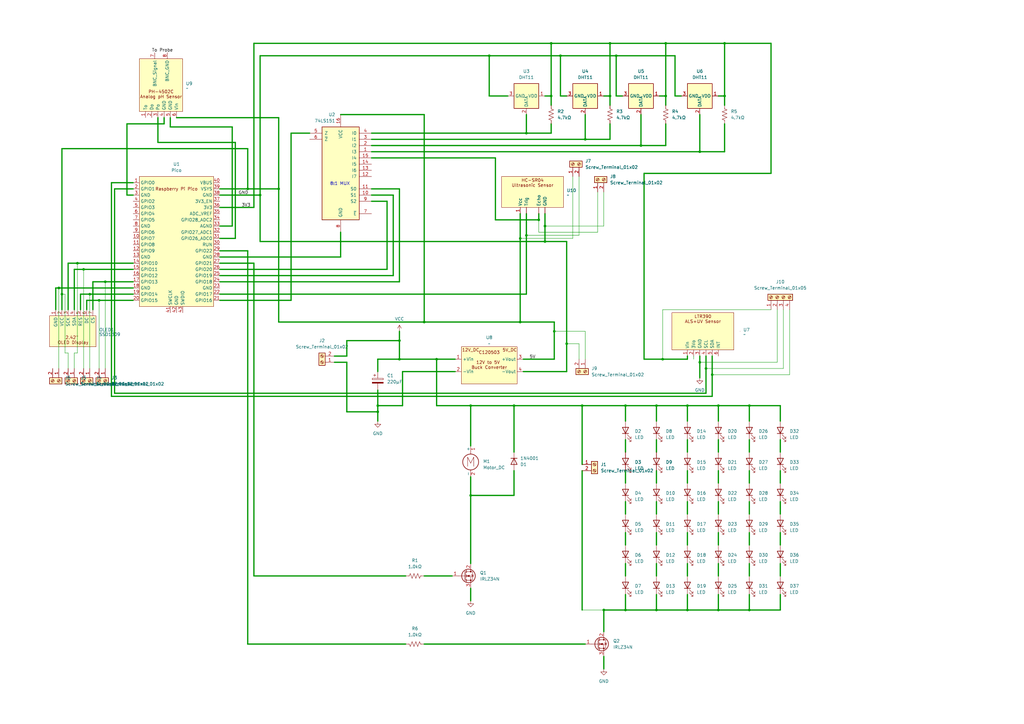
<source format=kicad_sch>
(kicad_sch (version 20231120) (generator "eeschema") (generator_version "8.0")
  (paper "A3")
  (junction (at 223.52 99.06))
  (junction (at 24.13 118.11))
  (junction (at 294.64 250.19))
  (junction (at 281.94 250.19))
  (junction (at 269.24 166.37))
  (junction (at 287.02 148.59))
  (junction (at 25.4 120.65))
  (junction (at 114.3 77.47))
  (junction (at 281.94 166.37))
  (junction (at 215.9 96.52))
  (junction (at 193.04 166.37))
  (junction (at 179.07 147.32))
  (junction (at 200.66 22.86))
  (junction (at 256.54 250.19))
  (junction (at 256.54 166.37))
  (junction (at 34.29 110.49))
  (junction (at 154.94 166.37))
  (junction (at 271.78 147.32))
  (junction (at 297.18 39.37))
  (junction (at 213.36 132.08))
  (junction (at 101.6 77.47))
  (junction (at 252.73 22.86))
  (junction (at 227.33 135.89))
  (junction (at 31.75 107.95))
  (junction (at 40.64 123.19))
  (junction (at 289.56 151.13))
  (junction (at 287.02 62.23))
  (junction (at 213.36 97.79))
  (junction (at 36.83 120.65))
  (junction (at 223.52 92.71))
  (junction (at 215.9 54.61))
  (junction (at 220.98 90.17))
  (junction (at 173.99 132.08))
  (junction (at 292.1 153.67))
  (junction (at 294.64 166.37))
  (junction (at 250.19 39.37))
  (junction (at 250.19 17.78))
  (junction (at 226.06 17.78))
  (junction (at 232.41 140.97))
  (junction (at 210.82 166.37))
  (junction (at 238.76 166.37))
  (junction (at 307.34 166.37))
  (junction (at 163.83 139.7))
  (junction (at 154.94 168.91))
  (junction (at 269.24 250.19))
  (junction (at 229.87 22.86))
  (junction (at 226.06 39.37))
  (junction (at 273.05 39.37))
  (junction (at 247.65 250.19))
  (junction (at 240.03 57.15))
  (junction (at 262.89 59.69))
  (junction (at 163.83 147.32))
  (junction (at 193.04 203.2))
  (junction (at 106.68 80.01))
  (junction (at 297.18 17.78))
  (junction (at 307.34 250.19))
  (junction (at 43.18 115.57))
  (junction (at 273.05 17.78))
  (wire (pts (xy 25.4 120.65) (xy 25.4 127)) (stroke (width 0.508)))
  (wire (pts (xy 227.33 147.32) (xy 214.63 147.32)) (stroke (width 0.508)))
  (wire (pts (xy 208.28 39.37) (xy 200.66 39.37)) (stroke (width 0.508)))
  (wire (pts (xy 307.34 218.44) (xy 307.34 223.52)) (stroke (width 0.508)))
  (wire (pts (xy 104.14 236.22) (xy 166.37 236.22)) (stroke (width 0.508)))
  (wire (pts (xy 36.83 120.65) (xy 33.02 120.65)) (stroke (width 0.508)))
  (wire (pts (xy 142.24 146.05) (xy 142.24 139.7)) (stroke (width 0.508)))
  (wire (pts (xy 200.66 22.86) (xy 229.87 22.86)) (stroke (width 0.508)))
  (wire (pts (xy 294.64 231.14) (xy 294.64 236.22)) (stroke (width 0.508)))
  (wire (pts (xy 25.4 60.96) (xy 25.4 120.65)) (stroke (width 0.508)))
  (wire (pts (xy 256.54 218.44) (xy 256.54 223.52)) (stroke (width 0.508)))
  (wire (pts (xy 101.6 102.87) (xy 101.6 264.16)) (stroke (width 0.508)))
  (wire (pts (xy 34.29 110.49) (xy 30.48 110.49)) (stroke (width 0.508)))
  (wire (pts (xy 40.64 123.19) (xy 40.64 151.13)))
  (wire (pts (xy 165.1 166.37) (xy 165.1 152.4)) (stroke (width 0.508)))
  (wire (pts (xy 307.34 166.37) (xy 307.34 172.72)) (stroke (width 0.508)))
  (wire (pts (xy 273.05 39.37) (xy 273.05 17.78)) (stroke (width 0.508)))
  (wire (pts (xy 262.89 46.99) (xy 262.89 59.69)) (stroke (width 0.508)))
  (wire (pts (xy 34.29 110.49) (xy 34.29 151.13)))
  (wire (pts (xy 307.34 250.19) (xy 320.04 250.19)) (stroke (width 0.508)))
  (wire (pts (xy 247.65 250.19) (xy 256.54 250.19)) (stroke (width 0.508)))
  (wire (pts (xy 179.07 147.32) (xy 179.07 166.37)) (stroke (width 0.508)))
  (wire (pts (xy 203.2 90.17) (xy 220.98 90.17)) (stroke (width 0.508)))
  (wire (pts (xy 318.77 148.59) (xy 287.02 148.59)))
  (wire (pts (xy 163.83 139.7) (xy 163.83 147.32)) (stroke (width 0.508)))
  (wire (pts (xy 220.98 90.17) (xy 220.98 95.25)))
  (wire (pts (xy 35.56 123.19) (xy 35.56 127)) (stroke (width 0.508)))
  (wire (pts (xy 223.52 87.63) (xy 223.52 92.71)) (stroke (width 0.508)))
  (wire (pts (xy 114.3 77.47) (xy 101.6 77.47)) (stroke (width 0.508)))
  (wire (pts (xy 307.34 205.74) (xy 307.34 210.82)) (stroke (width 0.508)))
  (wire (pts (xy 287.02 146.05) (xy 287.02 148.59)) (stroke (width 0.508)))
  (wire (pts (xy 292.1 153.67) (xy 292.1 162.56)) (stroke (width 0.508)))
  (wire (pts (xy 227.33 135.89) (xy 227.33 147.32)) (stroke (width 0.508)))
  (wire (pts (xy 271.78 127) (xy 271.78 147.32)))
  (wire (pts (xy 139.7 95.25) (xy 139.7 105.41)) (stroke (width 0.508)))
  (wire (pts (xy 101.6 77.47) (xy 90.17 77.47)) (stroke (width 0.508)))
  (wire (pts (xy 40.64 123.19) (xy 35.56 123.19)) (stroke (width 0.508)))
  (wire (pts (xy 24.13 118.11) (xy 54.61 118.11)) (stroke (width 0.508)))
  (wire (pts (xy 289.56 151.13) (xy 289.56 161.29)) (stroke (width 0.508)))
  (wire (pts (xy 323.85 127) (xy 323.85 153.67)))
  (wire (pts (xy 270.51 39.37) (xy 273.05 39.37)) (stroke (width 0.508)))
  (wire (pts (xy 255.27 39.37) (xy 252.73 39.37)) (stroke (width 0.508)))
  (wire (pts (xy 72.39 48.26) (xy 114.3 48.26)) (stroke (width 0.508)))
  (wire (pts (xy 213.36 97.79) (xy 213.36 132.08)) (stroke (width 0.508)))
  (wire (pts (xy 238.76 166.37) (xy 256.54 166.37)) (stroke (width 0.508)))
  (wire (pts (xy 250.19 50.8) (xy 250.19 57.15)) (stroke (width 0.508)))
  (wire (pts (xy 294.64 193.04) (xy 294.64 198.12)) (stroke (width 0.508)))
  (wire (pts (xy 307.34 180.34) (xy 307.34 185.42)) (stroke (width 0.508)))
  (wire (pts (xy 250.19 57.15) (xy 240.03 57.15)) (stroke (width 0.508)))
  (wire (pts (xy 240.03 57.15) (xy 240.03 46.99)) (stroke (width 0.508)))
  (wire (pts (xy 33.02 120.65) (xy 33.02 127)) (stroke (width 0.508)))
  (wire (pts (xy 214.63 152.4) (xy 232.41 152.4)) (stroke (width 0.508)))
  (wire (pts (xy 273.05 17.78) (xy 297.18 17.78)) (stroke (width 0.508)))
  (wire (pts (xy 179.07 166.37) (xy 193.04 166.37)) (stroke (width 0.508)))
  (wire (pts (xy 152.4 54.61) (xy 215.9 54.61)) (stroke (width 0.508)))
  (wire (pts (xy 269.24 218.44) (xy 269.24 223.52)) (stroke (width 0.508)))
  (wire (pts (xy 152.4 57.15) (xy 240.03 57.15)) (stroke (width 0.508)))
  (wire (pts (xy 226.06 39.37) (xy 226.06 17.78)) (stroke (width 0.508)))
  (wire (pts (xy 69.85 48.26) (xy 69.85 52.07)) (stroke (width 0.508)))
  (wire (pts (xy 232.41 140.97) (xy 232.41 99.06)) (stroke (width 0.508)))
  (wire (pts (xy 269.24 205.74) (xy 269.24 210.82)) (stroke (width 0.508)))
  (wire (pts (xy 200.66 39.37) (xy 200.66 22.86)) (stroke (width 0.508)))
  (wire (pts (xy 106.68 99.06) (xy 106.68 80.01)) (stroke (width 0.508)))
  (wire (pts (xy 210.82 166.37) (xy 238.76 166.37)) (stroke (width 0.508)))
  (wire (pts (xy 269.24 193.04) (xy 269.24 198.12)) (stroke (width 0.508)))
  (wire (pts (xy 252.73 22.86) (xy 276.86 22.86)) (stroke (width 0.508)))
  (wire (pts (xy 287.02 46.99) (xy 287.02 62.23)) (stroke (width 0.508)))
  (wire (pts (xy 119.38 123.19) (xy 119.38 54.61)) (stroke (width 0.508)))
  (wire (pts (xy 269.24 166.37) (xy 281.94 166.37)) (stroke (width 0.508)))
  (wire (pts (xy 31.75 144.78) (xy 31.75 107.95)))
  (wire (pts (xy 101.6 60.96) (xy 25.4 60.96)) (stroke (width 0.508)))
  (wire (pts (xy 90.17 120.65) (xy 215.9 120.65)) (stroke (width 0.508)))
  (wire (pts (xy 294.64 166.37) (xy 294.64 172.72)) (stroke (width 0.508)))
  (wire (pts (xy 320.04 172.72) (xy 320.04 166.37)) (stroke (width 0.508)))
  (wire (pts (xy 54.61 115.57) (xy 43.18 115.57)) (stroke (width 0.508)))
  (wire (pts (xy 264.16 147.32) (xy 264.16 71.12)) (stroke (width 0.508)))
  (wire (pts (xy 320.04 250.19) (xy 320.04 243.84)) (stroke (width 0.508)))
  (wire (pts (xy 276.86 39.37) (xy 279.4 39.37)) (stroke (width 0.508)))
  (wire (pts (xy 281.94 166.37) (xy 294.64 166.37)) (stroke (width 0.508)))
  (wire (pts (xy 165.1 152.4) (xy 186.69 152.4)) (stroke (width 0.508)))
  (wire (pts (xy 215.9 96.52) (xy 237.49 96.52)))
  (wire (pts (xy 26.67 120.65) (xy 25.4 120.65)))
  (wire (pts (xy 269.24 180.34) (xy 269.24 185.42)) (stroke (width 0.508)))
  (wire (pts (xy 256.54 180.34) (xy 256.54 185.42)) (stroke (width 0.508)))
  (wire (pts (xy 215.9 120.65) (xy 215.9 96.52)) (stroke (width 0.508)))
  (wire (pts (xy 273.05 50.8) (xy 273.05 59.69)) (stroke (width 0.508)))
  (wire (pts (xy 318.77 127) (xy 318.77 148.59)))
  (wire (pts (xy 137.16 146.05) (xy 142.24 146.05)) (stroke (width 0.508)))
  (wire (pts (xy 269.24 231.14) (xy 269.24 236.22)) (stroke (width 0.508)))
  (wire (pts (xy 269.24 250.19) (xy 281.94 250.19)) (stroke (width 0.508)))
  (wire (pts (xy 69.85 52.07) (xy 95.25 52.07)) (stroke (width 0.508)))
  (wire (pts (xy 307.34 231.14) (xy 307.34 236.22)) (stroke (width 0.508)))
  (wire (pts (xy 90.17 107.95) (xy 104.14 107.95)) (stroke (width 0.508)))
  (wire (pts (xy 163.83 147.32) (xy 179.07 147.32)) (stroke (width 0.508)))
  (wire (pts (xy 90.17 80.01) (xy 106.68 80.01)) (stroke (width 0.508)))
  (wire (pts (xy 203.2 64.77) (xy 152.4 64.77)) (stroke (width 0.508)))
  (wire (pts (xy 152.4 77.47) (xy 163.83 77.47)) (stroke (width 0.508)))
  (wire (pts (xy 281.94 180.34) (xy 281.94 185.42)) (stroke (width 0.508)))
  (wire (pts (xy 161.29 113.03) (xy 161.29 80.01)) (stroke (width 0.508)))
  (wire (pts (xy 232.41 99.06) (xy 223.52 99.06)) (stroke (width 0.508)))
  (wire (pts (xy 101.6 264.16) (xy 166.37 264.16)) (stroke (width 0.508)))
  (wire (pts (xy 90.17 105.41) (xy 139.7 105.41)) (stroke (width 0.508)))
  (wire (pts (xy 256.54 243.84) (xy 256.54 250.19)) (stroke (width 0.508)))
  (wire (pts (xy 173.99 264.16) (xy 240.03 264.16)) (stroke (width 0.508)))
  (wire (pts (xy 256.54 166.37) (xy 256.54 172.72)) (stroke (width 0.508)))
  (wire (pts (xy 281.94 146.05) (xy 281.94 147.32)) (stroke (width 0.508)))
  (wire (pts (xy 213.36 87.63) (xy 213.36 97.79)) (stroke (width 0.508)))
  (wire (pts (xy 101.6 60.96) (xy 101.6 77.47)) (stroke (width 0.508)))
  (wire (pts (xy 46.99 77.47) (xy 54.61 77.47)) (stroke (width 0.508)))
  (wire (pts (xy 256.54 193.04) (xy 256.54 198.12)) (stroke (width 0.508)))
  (wire (pts (xy 320.04 218.44) (xy 320.04 223.52)) (stroke (width 0.508)))
  (wire (pts (xy 142.24 139.7) (xy 163.83 139.7)) (stroke (width 0.508)))
  (wire (pts (xy 281.94 231.14) (xy 281.94 236.22)) (stroke (width 0.508)))
  (wire (pts (xy 114.3 132.08) (xy 114.3 77.47)) (stroke (width 0.508)))
  (wire (pts (xy 247.65 78.74) (xy 247.65 92.71)))
  (wire (pts (xy 281.94 147.32) (xy 271.78 147.32)) (stroke (width 0.508)))
  (wire (pts (xy 297.18 39.37) (xy 297.18 43.18)) (stroke (width 0.508)))
  (wire (pts (xy 264.16 71.12) (xy 316.23 71.12)) (stroke (width 0.508)))
  (wire (pts (xy 54.61 110.49) (xy 34.29 110.49)) (stroke (width 0.508)))
  (wire (pts (xy 320.04 180.34) (xy 320.04 185.42)) (stroke (width 0.508)))
  (wire (pts (xy 232.41 39.37) (xy 229.87 39.37)) (stroke (width 0.508)))
  (wire (pts (xy 294.64 243.84) (xy 294.64 250.19)) (stroke (width 0.508)))
  (wire (pts (xy 54.61 107.95) (xy 31.75 107.95)) (stroke (width 0.508)))
  (wire (pts (xy 67.31 50.8) (xy 67.31 48.26)) (stroke (width 0.508)))
  (wire (pts (xy 215.9 46.99) (xy 215.9 54.61)) (stroke (width 0.508)))
  (wire (pts (xy 142.24 148.59) (xy 142.24 168.91)) (stroke (width 0.508)))
  (wire (pts (xy 64.77 48.26) (xy 64.77 58.42)) (stroke (width 0.508)))
  (wire (pts (xy 95.25 52.07) (xy 95.25 92.71)) (stroke (width 0.508)))
  (wire (pts (xy 269.24 166.37) (xy 269.24 172.72)) (stroke (width 0.508)))
  (wire (pts (xy 36.83 120.65) (xy 36.83 151.13)))
  (wire (pts (xy 297.18 17.78) (xy 316.23 17.78)) (stroke (width 0.508)))
  (wire (pts (xy 193.04 182.88) (xy 193.04 166.37)) (stroke (width 0.508)))
  (wire (pts (xy 193.04 203.2) (xy 193.04 231.14)) (stroke (width 0.508)))
  (wire (pts (xy 245.11 95.25) (xy 220.98 95.25)))
  (wire (pts (xy 24.13 118.11) (xy 24.13 151.13)))
  (wire (pts (xy 161.29 80.01) (xy 152.4 80.01)) (stroke (width 0.508)))
  (wire (pts (xy 281.94 205.74) (xy 281.94 210.82)) (stroke (width 0.508)))
  (wire (pts (xy 30.48 144.78) (xy 31.75 144.78)))
  (wire (pts (xy 281.94 218.44) (xy 281.94 223.52)) (stroke (width 0.508)))
  (wire (pts (xy 90.17 110.49) (xy 158.75 110.49)) (stroke (width 0.508)))
  (wire (pts (xy 289.56 161.29) (xy 46.99 161.29)) (stroke (width 0.508)))
  (wire (pts (xy 142.24 168.91) (xy 154.94 168.91)) (stroke (width 0.508)))
  (wire (pts (xy 237.49 147.32) (xy 237.49 140.97)))
  (wire (pts (xy 154.94 152.4) (xy 154.94 147.32)) (stroke (width 0.508)))
  (wire (pts (xy 287.02 62.23) (xy 152.4 62.23)) (stroke (width 0.508)))
  (wire (pts (xy 106.68 80.01) (xy 106.68 22.86)) (stroke (width 0.508)))
  (wire (pts (xy 90.17 85.09) (xy 104.14 85.09)) (stroke (width 0.508)))
  (wire (pts (xy 245.11 78.74) (xy 245.11 95.25)))
  (wire (pts (xy 297.18 39.37) (xy 297.18 17.78)) (stroke (width 0.508)))
  (wire (pts (xy 289.56 146.05) (xy 289.56 151.13)) (stroke (width 0.508)))
  (wire (pts (xy 173.99 236.22) (xy 185.42 236.22)) (stroke (width 0.508)))
  (wire (pts (xy 158.75 82.55) (xy 152.4 82.55)) (stroke (width 0.508)))
  (wire (pts (xy 226.06 50.8) (xy 226.06 54.61)) (stroke (width 0.508)))
  (wire (pts (xy 238.76 193.04) (xy 238.76 250.19)) (stroke (width 0.508)))
  (wire (pts (xy 26.67 144.78) (xy 26.67 120.65)))
  (wire (pts (xy 163.83 135.89) (xy 163.83 139.7)) (stroke (width 0.508)))
  (wire (pts (xy 38.1 115.57) (xy 38.1 127)) (stroke (width 0.508)))
  (wire (pts (xy 114.3 48.26) (xy 114.3 77.47)) (stroke (width 0.508)))
  (wire (pts (xy 250.19 39.37) (xy 250.19 17.78)) (stroke (width 0.508)))
  (wire (pts (xy 27.94 107.95) (xy 27.94 127)) (stroke (width 0.508)))
  (wire (pts (xy 52.07 50.8) (xy 67.31 50.8)) (stroke (width 0.508)))
  (wire (pts (xy 31.75 107.95) (xy 27.94 107.95)) (stroke (width 0.508)))
  (wire (pts (xy 43.18 115.57) (xy 38.1 115.57)) (stroke (width 0.508)))
  (wire (pts (xy 281.94 243.84) (xy 281.94 250.19)) (stroke (width 0.508)))
  (wire (pts (xy 294.64 250.19) (xy 307.34 250.19)) (stroke (width 0.508)))
  (wire (pts (xy 234.95 72.39) (xy 234.95 97.79)))
  (wire (pts (xy 294.64 39.37) (xy 297.18 39.37)) (stroke (width 0.508)))
  (wire (pts (xy 323.85 153.67) (xy 292.1 153.67)))
  (wire (pts (xy 321.31 127) (xy 321.31 151.13)))
  (wire (pts (xy 30.48 151.13) (xy 30.48 144.78)))
  (wire (pts (xy 294.64 218.44) (xy 294.64 223.52)) (stroke (width 0.508)))
  (wire (pts (xy 193.04 203.2) (xy 193.04 195.58)) (stroke (width 0.508)))
  (wire (pts (xy 256.54 205.74) (xy 256.54 210.82)) (stroke (width 0.508)))
  (wire (pts (xy 46.99 161.29) (xy 46.99 77.47)) (stroke (width 0.508)))
  (wire (pts (xy 90.17 113.03) (xy 161.29 113.03)) (stroke (width 0.508)))
  (wire (pts (xy 173.99 132.08) (xy 213.36 132.08)) (stroke (width 0.508)))
  (wire (pts (xy 43.18 115.57) (xy 43.18 151.13)))
  (wire (pts (xy 226.06 17.78) (xy 250.19 17.78)) (stroke (width 0.508)))
  (wire (pts (xy 154.94 166.37) (xy 165.1 166.37)) (stroke (width 0.508)))
  (wire (pts (xy 292.1 146.05) (xy 292.1 153.67)) (stroke (width 0.508)))
  (wire (pts (xy 27.94 144.78) (xy 26.67 144.78)))
  (wire (pts (xy 284.48 146.05) (xy 284.48 147.32)))
  (wire (pts (xy 106.68 22.86) (xy 200.66 22.86)) (stroke (width 0.508)))
  (wire (pts (xy 220.98 87.63) (xy 220.98 90.17)) (stroke (width 0.508)))
  (wire (pts (xy 45.72 162.56) (xy 45.72 74.93)) (stroke (width 0.508)))
  (wire (pts (xy 104.14 17.78) (xy 226.06 17.78)) (stroke (width 0.508)))
  (wire (pts (xy 223.52 92.71) (xy 223.52 99.06)) (stroke (width 0.508)))
  (wire (pts (xy 22.86 118.11) (xy 24.13 118.11)) (stroke (width 0.508)))
  (wire (pts (xy 45.72 74.93) (xy 54.61 74.93)) (stroke (width 0.508)))
  (wire (pts (xy 316.23 127) (xy 271.78 127)))
  (wire (pts (xy 54.61 120.65) (xy 36.83 120.65)) (stroke (width 0.508)))
  (wire (pts (xy 104.14 85.09) (xy 104.14 17.78)) (stroke (width 0.508)))
  (wire (pts (xy 154.94 160.02) (xy 154.94 166.37)) (stroke (width 0.508)))
  (wire (pts (xy 307.34 243.84) (xy 307.34 250.19)) (stroke (width 0.508)))
  (wire (pts (xy 229.87 39.37) (xy 229.87 22.86)) (stroke (width 0.508)))
  (wire (pts (xy 250.19 17.78) (xy 273.05 17.78)) (stroke (width 0.508)))
  (wire (pts (xy 210.82 203.2) (xy 193.04 203.2)) (stroke (width 0.508)))
  (wire (pts (xy 226.06 39.37) (xy 226.06 43.18)) (stroke (width 0.508)))
  (wire (pts (xy 96.52 97.79) (xy 90.17 97.79)) (stroke (width 0.508)))
  (wire (pts (xy 137.16 148.59) (xy 142.24 148.59)) (stroke (width 0.508)))
  (wire (pts (xy 320.04 205.74) (xy 320.04 210.82)) (stroke (width 0.508)))
  (wire (pts (xy 152.4 59.69) (xy 262.89 59.69)) (stroke (width 0.508)))
  (wire (pts (xy 273.05 39.37) (xy 273.05 43.18)) (stroke (width 0.508)))
  (wire (pts (xy 203.2 90.17) (xy 203.2 64.77)) (stroke (width 0.508)))
  (wire (pts (xy 276.86 22.86) (xy 276.86 39.37)) (stroke (width 0.508)))
  (wire (pts (xy 226.06 54.61) (xy 215.9 54.61)) (stroke (width 0.508)))
  (wire (pts (xy 320.04 193.04) (xy 320.04 198.12)) (stroke (width 0.508)))
  (wire (pts (xy 271.78 147.32) (xy 264.16 147.32)) (stroke (width 0.508)))
  (wire (pts (xy 256.54 231.14) (xy 256.54 236.22)) (stroke (width 0.508)))
  (wire (pts (xy 294.64 180.34) (xy 294.64 185.42)) (stroke (width 0.508)))
  (wire (pts (xy 281.94 250.19) (xy 294.64 250.19)) (stroke (width 0.508)))
  (wire (pts (xy 237.49 72.39) (xy 237.49 96.52)))
  (wire (pts (xy 237.49 140.97) (xy 232.41 140.97)))
  (wire (pts (xy 154.94 147.32) (xy 163.83 147.32)) (stroke (width 0.508)))
  (wire (pts (xy 229.87 22.86) (xy 252.73 22.86)) (stroke (width 0.508)))
  (wire (pts (xy 223.52 99.06) (xy 106.68 99.06)) (stroke (width 0.508)))
  (wire (pts (xy 281.94 193.04) (xy 281.94 198.12)) (stroke (width 0.508)))
  (wire (pts (xy 247.65 259.08) (xy 247.65 250.19)) (stroke (width 0.508)))
  (wire (pts (xy 321.31 151.13) (xy 289.56 151.13)))
  (wire (pts (xy 294.64 166.37) (xy 307.34 166.37)) (stroke (width 0.508)))
  (wire (pts (xy 294.64 205.74) (xy 294.64 210.82)) (stroke (width 0.508)))
  (wire (pts (xy 307.34 193.04) (xy 307.34 198.12)) (stroke (width 0.508)))
  (wire (pts (xy 64.77 58.42) (xy 96.52 58.42)) (stroke (width 0.508)))
  (wire (pts (xy 96.52 58.42) (xy 96.52 97.79)) (stroke (width 0.508)))
  (wire (pts (xy 154.94 168.91) (xy 154.94 172.72)) (stroke (width 0.508)))
  (wire (pts (xy 238.76 166.37) (xy 238.76 190.5)) (stroke (width 0.508)))
  (wire (pts (xy 281.94 172.72) (xy 281.94 166.37)) (stroke (width 0.508)))
  (wire (pts (xy 179.07 147.32) (xy 186.69 147.32)) (stroke (width 0.508)))
  (wire (pts (xy 256.54 166.37) (xy 269.24 166.37)) (stroke (width 0.508)))
  (wire (pts (xy 193.04 166.37) (xy 210.82 166.37)) (stroke (width 0.508)))
  (wire (pts (xy 227.33 132.08) (xy 227.33 135.89)) (stroke (width 0.508)))
  (wire (pts (xy 297.18 50.8) (xy 297.18 62.23)) (stroke (width 0.508)))
  (wire (pts (xy 215.9 96.52) (xy 215.9 87.63)) (stroke (width 0.508)))
  (wire (pts (xy 247.65 269.24) (xy 247.65 274.32)) (stroke (width 0.508)))
  (wire (pts (xy 210.82 166.37) (xy 210.82 185.42)) (stroke (width 0.508)))
  (wire (pts (xy 250.19 39.37) (xy 250.19 43.18)) (stroke (width 0.508)))
  (wire (pts (xy 307.34 166.37) (xy 320.04 166.37)) (stroke (width 0.508)))
  (wire (pts (xy 213.36 97.79) (xy 234.95 97.79)))
  (wire (pts (xy 173.99 46.99) (xy 173.99 132.08)) (stroke (width 0.508)))
  (wire (pts (xy 163.83 115.57) (xy 163.83 77.47)) (stroke (width 0.508)))
  (wire (pts (xy 320.04 231.14) (xy 320.04 236.22)) (stroke (width 0.508)))
  (wire (pts (xy 247.65 39.37) (xy 250.19 39.37)) (stroke (width 0.508)))
  (wire (pts (xy 27.94 151.13) (xy 27.94 144.78)))
  (wire (pts (xy 90.17 123.19) (xy 119.38 123.19)) (stroke (width 0.508)))
  (wire (pts (xy 154.94 166.37) (xy 154.94 168.91)) (stroke (width 0.508)))
  (wire (pts (xy 273.05 59.69) (xy 262.89 59.69)) (stroke (width 0.508)))
  (wire (pts (xy 316.23 71.12) (xy 316.23 17.78)) (stroke (width 0.508)))
  (wire (pts (xy 213.36 132.08) (xy 227.33 132.08)) (stroke (width 0.508)))
  (wire (pts (xy 223.52 39.37) (xy 226.06 39.37)) (stroke (width 0.508)))
  (wire (pts (xy 119.38 54.61) (xy 127 54.61)) (stroke (width 0.508)))
  (wire (pts (xy 139.7 46.99) (xy 173.99 46.99)) (stroke (width 0.508)))
  (wire (pts (xy 193.04 241.3) (xy 193.04 246.38)) (stroke (width 0.508)))
  (wire (pts (xy 22.86 127) (xy 22.86 118.11)) (stroke (width 0.508)))
  (wire (pts (xy 238.76 250.19) (xy 247.65 250.19)))
  (wire (pts (xy 297.18 62.23) (xy 287.02 62.23)) (stroke (width 0.508)))
  (wire (pts (xy 240.03 135.89) (xy 227.33 135.89)))
  (wire (pts (xy 232.41 152.4) (xy 232.41 140.97)) (stroke (width 0.508)))
  (wire (pts (xy 45.72 162.56) (xy 292.1 162.56)) (stroke (width 0.508)))
  (wire (pts (xy 90.17 102.87) (xy 101.6 102.87)) (stroke (width 0.508)))
  (wire (pts (xy 223.52 92.71) (xy 247.65 92.71)))
  (wire (pts (xy 210.82 193.04) (xy 210.82 203.2)) (stroke (width 0.508)))
  (wire (pts (xy 287.02 148.59) (xy 287.02 154.94)) (stroke (width 0.508)))
  (wire (pts (xy 240.03 147.32) (xy 240.03 135.89)))
  (wire (pts (xy 158.75 110.49) (xy 158.75 82.55)) (stroke (width 0.508)))
  (wire (pts (xy 30.48 110.49) (xy 30.48 127)) (stroke (width 0.508)))
  (wire (pts (xy 269.24 243.84) (xy 269.24 250.19)) (stroke (width 0.508)))
  (wire (pts (xy 54.61 80.01) (xy 52.07 80.01)) (stroke (width 0.508)))
  (wire (pts (xy 54.61 123.19) (xy 40.64 123.19)) (stroke (width 0.508)))
  (wire (pts (xy 95.25 92.71) (xy 90.17 92.71)) (stroke (width 0.508)))
  (wire (pts (xy 256.54 250.19) (xy 269.24 250.19)) (stroke (width 0.508)))
  (wire (pts (xy 114.3 132.08) (xy 173.99 132.08)) (stroke (width 0.508)))
  (wire (pts (xy 252.73 39.37) (xy 252.73 22.86)) (stroke (width 0.508)))
  (wire (pts (xy 52.07 80.01) (xy 52.07 50.8)) (stroke (width 0.508)))
  (wire (pts (xy 104.14 107.95) (xy 104.14 236.22)) (stroke (width 0.508)))
  (wire (pts (xy 90.17 115.57) (xy 163.83 115.57)) (stroke (width 0.508)))
  (text "8:1 MUX" (at 139.446 75.438 0) (effects (font (size 1.27 1.27))))
  (label "To Probe" (at 62.23 21.59 0))
  (label "3V3" (at 99.06 85.09 0))
  (label "GND" (at 97.79 80.01 0))
  (label "5V" (at 217.17 147.32 0))
  (symbol (lib_id "Device:LED") (at 281.94 214.63 90) (unit 1)
    (property "Reference" "D17" (at 285.75 214.9474 90) (effects (justify right)))
    (property "Value" "LED" (at 285.75 217.4874 90) (effects (justify right)))
    (property "Description" "Light emitting diode" (effects (hide yes)))
  )
  (symbol (lib_id "Device:LED") (at 256.54 201.93 90) (unit 1)
    (property "Reference" "D4" (at 260.35 202.2474 90) (effects (justify right)))
    (property "Value" "LED" (at 260.35 204.7874 90) (effects (justify right)))
    (property "Description" "Light emitting diode" (effects (hide yes)))
  )
  (symbol (lib_id "Device:R_US") (at 297.18 46.99 0) (unit 1)
    (property "Reference" "R5" (at 299.72 45.7199 0) (effects (justify left)))
    (property "Value" "4.7kΩ" (at 299.72 48.2599 0) (effects (justify left)))
    (property "Footprint" "Resistor_THT:R_Axial_DIN0204_L3.6mm_D1.6mm_P2.54mm_Vertical" (effects (hide yes)))
    (property "Description" "Resistor, US symbol" (effects (hide yes)))
  )
  (symbol (lib_id "Connector:Screw_Terminal_01x02") (at 30.48 156.21 270) (unit 1)
    (property "Reference" "J5" (at 33.02 154.9399 90) (effects (justify left)))
    (property "Value" "Screw_Terminal_01x02" (at 33.02 157.4799 90) (effects (justify left)))
    (property "Footprint" "TerminalBlock:TerminalBlock_bornier-2_P5.08mm" (effects (hide yes)))
    (property "Description" "Generic screw terminal, single row, 01x02, script generated (kicad-library-utils/schlib/autogen/connector/)" (effects (hide yes)))
  )
  (symbol (lib_id "Connector:Screw_Terminal_01x02") (at 240.03 152.4 270) (unit 1)
    (property "Reference" "J9" (at 242.57 151.1299 90) (effects (justify left)))
    (property "Value" "Screw_Terminal_01x02" (at 242.57 153.6699 90) (effects (justify left)))
    (property "Footprint" "TerminalBlock:TerminalBlock_bornier-2_P5.08mm" (effects (hide yes)))
    (property "Description" "Generic screw terminal, single row, 01x02, script generated (kicad-library-utils/schlib/autogen/connector/)" (effects (hide yes)))
  )
  (symbol (lib_id "Device:LED") (at 269.24 201.93 90) (unit 1)
    (property "Reference" "D10" (at 273.05 202.2474 90) (effects (justify right)))
    (property "Value" "LED" (at 273.05 204.7874 90) (effects (justify right)))
    (property "Description" "Light emitting diode" (effects (hide yes)))
  )
  (symbol (lib_id "Device:LED") (at 307.34 240.03 90) (unit 1)
    (property "Reference" "D31" (at 311.15 240.3474 90) (effects (justify right)))
    (property "Value" "LED" (at 311.15 242.8874 90) (effects (justify right)))
    (property "Description" "Light emitting diode" (effects (hide yes)))
  )
  (symbol (lib_name "C120503_1") (lib_id "C120503_KiCad:C120503") (at 200.66 149.86 0) (unit 1)
    (property "Reference" "U8" (at 200.66 138.43 0))
    (property "Value" "~" (at 200.66 140.97 0))
  )
  (symbol (lib_id "power:GND") (at 193.04 246.38 0) (unit 1)
    (property "Reference" "#PWR03" (effects (hide yes)))
    (property "Value" "GND" (at 193.04 251.46 0))
    (property "Description" "Power symbol creates a global label with name \"GND\" , ground" (effects (hide yes)))
  )
  (symbol (lib_id "Device:LED") (at 281.94 240.03 90) (unit 1)
    (property "Reference" "D19" (at 285.75 240.3474 90) (effects (justify right)))
    (property "Value" "LED" (at 285.75 242.8874 90) (effects (justify right)))
    (property "Description" "Light emitting diode" (effects (hide yes)))
  )
  (symbol (lib_id "Device:LED") (at 320.04 201.93 90) (unit 1)
    (property "Reference" "D34" (at 323.85 202.2474 90) (effects (justify right)))
    (property "Value" "LED" (at 323.85 204.7874 90) (effects (justify right)))
    (property "Description" "Light emitting diode" (effects (hide yes)))
  )
  (symbol (lib_id "power:VCC") (at 163.83 135.89 0) (unit 1)
    (property "Reference" "#PWR01" (effects (hide yes)))
    (property "Value" "VCC" (at 163.83 130.81 0))
    (property "Description" "Power symbol creates a global label with name \"VCC\"" (effects (hide yes)))
  )
  (symbol (lib_id "Sensor:DHT11") (at 287.02 39.37 270) (unit 1)
    (property "Reference" "U6" (at 287.02 29.21 90))
    (property "Value" "DHT11" (at 287.02 31.75 90))
    (property "Footprint" "TerminalBlock:TerminalBlock_bornier-3_P5.08mm" (effects (hide yes)))
    (property "Datasheet" "http://akizukidenshi.com/download/ds/aosong/DHT11.pdf" (effects (hide yes)))
    (property "Description" "3.3V to 5.5V, temperature and humidity module, DHT11" (effects (hide yes)))
  )
  (symbol (lib_id "Device:LED") (at 281.94 227.33 90) (unit 1)
    (property "Reference" "D18" (at 285.75 227.6474 90) (effects (justify right)))
    (property "Value" "LED" (at 285.75 230.1874 90) (effects (justify right)))
    (property "Description" "Light emitting diode" (effects (hide yes)))
  )
  (symbol (lib_name "DHT11_2") (lib_id "Sensor:DHT11") (at 240.03 39.37 270) (unit 1)
    (property "Reference" "U4" (at 240.03 29.21 90))
    (property "Value" "DHT11" (at 240.03 31.75 90))
    (property "Footprint" "TerminalBlock:TerminalBlock_bornier-3_P5.08mm" (effects (hide yes)))
    (property "Datasheet" "http://akizukidenshi.com/download/ds/aosong/DHT11.pdf" (effects (hide yes)))
    (property "Description" "3.3V to 5.5V, temperature and humidity module, DHT11" (effects (hide yes)))
  )
  (symbol (lib_id "Device:R_US") (at 170.18 264.16 270) (mirror x) (unit 1)
    (property "Reference" "R6" (at 170.18 257.81 90))
    (property "Value" "1.0kΩ" (at 170.18 260.35 90))
    (property "Footprint" "Resistor_THT:R_Axial_DIN0204_L3.6mm_D1.6mm_P2.54mm_Vertical" (effects (hide yes)))
    (property "Description" "Resistor, US symbol" (effects (hide yes)))
  )
  (symbol (lib_id "Device:R_US") (at 226.06 46.99 0) (unit 1)
    (property "Reference" "R2" (at 228.6 45.7199 0) (effects (justify left)))
    (property "Value" "4.7kΩ" (at 228.6 48.2599 0) (effects (justify left)))
    (property "Footprint" "Resistor_THT:R_Axial_DIN0204_L3.6mm_D1.6mm_P2.54mm_Vertical" (effects (hide yes)))
    (property "Description" "Resistor, US symbol" (effects (hide yes)))
  )
  (symbol (lib_id "Connector:Screw_Terminal_01x02") (at 243.84 190.5 0) (unit 1)
    (property "Reference" "J1" (at 246.38 190.4999 0) (effects (justify left)))
    (property "Value" "Screw_Terminal_01x02" (at 246.38 193.0399 0) (effects (justify left)))
    (property "Footprint" "TerminalBlock:TerminalBlock_bornier-2_P5.08mm" (effects (hide yes)))
    (property "Description" "Generic screw terminal, single row, 01x02, script generated (kicad-library-utils/schlib/autogen/connector/)" (effects (hide yes)))
  )
  (symbol (lib_id "Device:LED") (at 269.24 189.23 90) (unit 1)
    (property "Reference" "D9" (at 273.05 189.5474 90) (effects (justify right)))
    (property "Value" "LED" (at 273.05 192.0874 90) (effects (justify right)))
    (property "Description" "Light emitting diode" (effects (hide yes)))
  )
  (symbol (lib_id "Device:LED") (at 320.04 176.53 90) (unit 1)
    (property "Reference" "D32" (at 323.85 176.8474 90) (effects (justify right)))
    (property "Value" "LED" (at 323.85 179.3874 90) (effects (justify right)))
    (property "Description" "Light emitting diode" (effects (hide yes)))
  )
  (symbol (lib_id "Device:R_US") (at 273.05 46.99 0) (unit 1)
    (property "Reference" "R4" (at 275.59 45.7199 0) (effects (justify left)))
    (property "Value" "4.7kΩ" (at 275.59 48.2599 0) (effects (justify left)))
    (property "Footprint" "Resistor_THT:R_Axial_DIN0204_L3.6mm_D1.6mm_P2.54mm_Vertical" (effects (hide yes)))
    (property "Description" "Resistor, US symbol" (effects (hide yes)))
  )
  (symbol (lib_id "PH4502C_KiCad:PH-4502C") (at 66.04 45.72 0) (unit 1)
    (property "Reference" "U9" (at 76.2 34.2899 0) (effects (justify left)))
    (property "Value" "~" (at 76.2 36.195 0) (effects (justify left)))
    (property "Footprint" "Library:PH4502C_Footprint" (effects (hide yes)))
  )
  (symbol (lib_id "Connector:Screw_Terminal_01x02") (at 36.83 156.21 270) (unit 1)
    (property "Reference" "J4" (at 39.37 154.9399 90) (effects (justify left)))
    (property "Value" "Screw_Terminal_01x02" (at 39.37 157.4799 90) (effects (justify left)))
    (property "Footprint" "TerminalBlock:TerminalBlock_bornier-2_P5.08mm" (effects (hide yes)))
    (property "Description" "Generic screw terminal, single row, 01x02, script generated (kicad-library-utils/schlib/autogen/connector/)" (effects (hide yes)))
  )
  (symbol (lib_id "Connector:Screw_Terminal_01x02") (at 43.18 156.21 270) (unit 1)
    (property "Reference" "J3" (at 45.72 154.9399 90) (effects (justify left)))
    (property "Value" "Screw_Terminal_01x02" (at 45.72 157.4799 90) (effects (justify left)))
    (property "Footprint" "TerminalBlock:TerminalBlock_bornier-2_P5.08mm" (effects (hide yes)))
    (property "Description" "Generic screw terminal, single row, 01x02, script generated (kicad-library-utils/schlib/autogen/connector/)" (effects (hide yes)))
  )
  (symbol (lib_name "DHT11_1") (lib_id "Sensor:DHT11") (at 215.9 39.37 270) (unit 1)
    (property "Reference" "U3" (at 215.9 29.21 90))
    (property "Value" "DHT11" (at 215.9 31.75 90))
    (property "Footprint" "TerminalBlock:TerminalBlock_bornier-3_P5.08mm" (effects (hide yes)))
    (property "Datasheet" "http://akizukidenshi.com/download/ds/aosong/DHT11.pdf" (effects (hide yes)))
    (property "Description" "3.3V to 5.5V, temperature and humidity module, DHT11" (effects (hide yes)))
  )
  (symbol (lib_id "Device:R_US") (at 170.18 236.22 90) (unit 1)
    (property "Reference" "R1" (at 170.18 229.87 90))
    (property "Value" "1.0kΩ" (at 170.18 232.41 90))
    (property "Footprint" "Resistor_THT:R_Axial_DIN0204_L3.6mm_D1.6mm_P2.54mm_Vertical" (effects (hide yes)))
    (property "Description" "Resistor, US symbol" (effects (hide yes)))
  )
  (symbol (lib_id "Device:LED") (at 307.34 189.23 90) (unit 1)
    (property "Reference" "D27" (at 311.15 189.5474 90) (effects (justify right)))
    (property "Value" "LED" (at 311.15 192.0874 90) (effects (justify right)))
    (property "Description" "Light emitting diode" (effects (hide yes)))
  )
  (symbol (lib_id "Device:LED") (at 294.64 201.93 90) (unit 1)
    (property "Reference" "D22" (at 298.45 202.2474 90) (effects (justify right)))
    (property "Value" "LED" (at 298.45 204.7874 90) (effects (justify right)))
    (property "Description" "Light emitting diode" (effects (hide yes)))
  )
  (symbol (lib_id "power:GND") (at 247.65 274.32 0) (unit 1)
    (property "Reference" "#PWR04" (effects (hide yes)))
    (property "Value" "GND" (at 247.65 279.4 0))
    (property "Description" "Power symbol creates a global label with name \"GND\" , ground" (effects (hide yes)))
  )
  (symbol (lib_id "Device:LED") (at 320.04 240.03 90) (unit 1)
    (property "Reference" "D37" (at 323.85 240.3474 90) (effects (justify right)))
    (property "Value" "LED" (at 323.85 242.8874 90) (effects (justify right)))
    (property "Description" "Light emitting diode" (effects (hide yes)))
  )
  (symbol (lib_id "Motor:Motor_DC") (at 193.04 187.96 0) (unit 1)
    (property "Reference" "M1" (at 198.12 189.2299 0) (effects (justify left)))
    (property "Value" "Motor_DC" (at 198.12 191.7699 0) (effects (justify left)))
    (property "Footprint" "TerminalBlock:TerminalBlock_bornier-2_P5.08mm" (effects (hide yes)))
    (property "Description" "DC Motor" (effects (hide yes)))
  )
  (symbol (lib_id "power:GND") (at 287.02 154.94 0) (unit 1)
    (property "Reference" "#PWR05" (effects (hide yes)))
    (property "Value" "GND" (at 287.02 160.02 0))
    (property "Description" "Power symbol creates a global label with name \"GND\" , ground" (effects (hide yes)))
  )
  (symbol (lib_id "Device:LED") (at 294.64 240.03 90) (unit 1)
    (property "Reference" "D25" (at 298.45 240.3474 90) (effects (justify right)))
    (property "Value" "LED" (at 298.45 242.8874 90) (effects (justify right)))
    (property "Description" "Light emitting diode" (effects (hide yes)))
  )
  (symbol (lib_id "Device:LED") (at 320.04 189.23 90) (unit 1)
    (property "Reference" "D33" (at 323.85 189.5474 90) (effects (justify right)))
    (property "Value" "LED" (at 323.85 192.0874 90) (effects (justify right)))
    (property "Description" "Light emitting diode" (effects (hide yes)))
  )
  (symbol (lib_id "Ultrasonic_Sensor:HC-SR04") (at 218.44 80.01 0) (unit 1)
    (property "Reference" "U10" (at 232.41 78.1049 0) (effects (justify left)))
    (property "Value" "~" (at 232.41 80.01 0) (effects (justify left)))
  )
  (symbol (lib_id "Diode:1N4001") (at 210.82 189.23 90) (mirror x) (unit 1)
    (property "Reference" "D1" (at 213.36 190.5001 90) (effects (justify right)))
    (property "Value" "1N4001" (at 213.36 187.9601 90) (effects (justify right)))
    (property "Footprint" "Diode_THT:D_DO-41_SOD81_P10.16mm_Horizontal" (effects (hide yes)))
    (property "Datasheet" "http://www.vishay.com/docs/88503/1n4001.pdf" (effects (hide yes)))
    (property "Description" "50V 1A General Purpose Rectifier Diode, DO-41" (effects (hide yes)))
    (property "Sim.Device" "D" (effects (hide yes)))
    (property "Sim.Pins" "1=K 2=A" (effects (hide yes)))
  )
  (symbol (lib_id "Connector:Screw_Terminal_01x02") (at 245.11 73.66 90) (unit 1)
    (property "Reference" "J8" (at 250.19 72.3899 90) (effects (justify right)))
    (property "Value" "Screw_Terminal_01x02" (at 250.19 74.9299 90) (effects (justify right)))
    (property "Footprint" "TerminalBlock:TerminalBlock_bornier-2_P5.08mm" (effects (hide yes)))
    (property "Description" "Generic screw terminal, single row, 01x02, script generated (kicad-library-utils/schlib/autogen/connector/)" (effects (hide yes)))
  )
  (symbol (lib_id "Device:LED") (at 256.54 214.63 90) (unit 1)
    (property "Reference" "D5" (at 260.35 214.9474 90) (effects (justify right)))
    (property "Value" "LED" (at 260.35 217.4874 90) (effects (justify right)))
    (property "Description" "Light emitting diode" (effects (hide yes)))
  )
  (symbol (lib_id "Device:LED") (at 320.04 214.63 90) (unit 1)
    (property "Reference" "D35" (at 323.85 214.9474 90) (effects (justify right)))
    (property "Value" "LED" (at 323.85 217.4874 90) (effects (justify right)))
    (property "Description" "Light emitting diode" (effects (hide yes)))
  )
  (symbol (lib_id "Device:LED") (at 256.54 189.23 90) (unit 1)
    (property "Reference" "D3" (at 260.35 189.5474 90) (effects (justify right)))
    (property "Value" "LED" (at 260.35 192.0874 90) (effects (justify right)))
    (property "Description" "Light emitting diode" (effects (hide yes)))
  )
  (symbol (lib_id "Connector:Screw_Terminal_01x02") (at 24.13 156.21 270) (unit 1)
    (property "Reference" "J6" (at 26.67 154.9399 90) (effects (justify left)))
    (property "Value" "Screw_Terminal_01x02" (at 26.67 157.4799 90) (effects (justify left)))
    (property "Footprint" "TerminalBlock:TerminalBlock_bornier-2_P5.08mm" (effects (hide yes)))
    (property "Description" "Generic screw terminal, single row, 01x02, script generated (kicad-library-utils/schlib/autogen/connector/)" (effects (hide yes)))
  )
  (symbol (lib_name "DHT11_3") (lib_id "Sensor:DHT11") (at 262.89 39.37 270) (unit 1)
    (property "Reference" "U5" (at 262.89 29.21 90))
    (property "Value" "DHT11" (at 262.89 31.75 90))
    (property "Footprint" "TerminalBlock:TerminalBlock_bornier-3_P5.08mm" (effects (hide yes)))
    (property "Datasheet" "http://akizukidenshi.com/download/ds/aosong/DHT11.pdf" (effects (hide yes)))
    (property "Description" "3.3V to 5.5V, temperature and humidity module, DHT11" (effects (hide yes)))
  )
  (symbol (lib_id "Device:LED") (at 269.24 176.53 90) (unit 1)
    (property "Reference" "D8" (at 273.05 176.8474 90) (effects (justify right)))
    (property "Value" "LED" (at 273.05 179.3874 90) (effects (justify right)))
    (property "Description" "Light emitting diode" (effects (hide yes)))
  )
  (symbol (lib_id "Device:LED") (at 294.64 176.53 90) (unit 1)
    (property "Reference" "D20" (at 298.45 176.8474 90) (effects (justify right)))
    (property "Value" "LED" (at 298.45 179.3874 90) (effects (justify right)))
    (property "Description" "Light emitting diode" (effects (hide yes)))
  )
  (symbol (lib_id "Device:LED") (at 256.54 240.03 90) (unit 1)
    (property "Reference" "D7" (at 260.35 240.3474 90) (effects (justify right)))
    (property "Value" "LED" (at 260.35 242.8874 90) (effects (justify right)))
    (property "Description" "Light emitting diode" (effects (hide yes)))
  )
  (symbol (lib_id "Device:LED") (at 307.34 214.63 90) (unit 1)
    (property "Reference" "D29" (at 311.15 214.9474 90) (effects (justify right)))
    (property "Value" "LED" (at 311.15 217.4874 90) (effects (justify right)))
    (property "Description" "Light emitting diode" (effects (hide yes)))
  )
  (symbol (lib_id "ssd1309.pretty:ssd1309") (at 29.21 135.89 0) (unit 1)
    (property "Reference" "OLED1" (at 40.64 135.2549 0) (effects (justify left)))
    (property "Value" "SSD1309" (at 40.64 137.16 0) (effects (justify left)))
  )
  (symbol (lib_id "Transistor_FET:IRLZ34N") (at 245.11 264.16 0) (unit 1)
    (property "Reference" "Q2" (at 251.46 262.8899 0) (effects (justify left)))
    (property "Value" "IRLZ34N" (at 251.46 265.4299 0) (effects (justify left)))
    (property "Footprint" "Package_TO_SOT_THT:TO-220-3_Vertical" (effects (hide yes)))
    (property "Datasheet" "http://www.infineon.com/dgdl/irlz34npbf.pdf?fileId=5546d462533600a40153567206892720" (effects (hide yes)))
    (property "Description" "30A Id, 55V Vds, 35mOhm Rds, N-Channel HEXFET Power MOSFET, TO-220AB" (effects (hide yes)))
  )
  (symbol (lib_id "Device:LED") (at 307.34 176.53 90) (unit 1)
    (property "Reference" "D26" (at 311.15 176.8474 90) (effects (justify right)))
    (property "Value" "LED" (at 311.15 179.3874 90) (effects (justify right)))
    (property "Description" "Light emitting diode" (effects (hide yes)))
  )
  (symbol (lib_id "Device:R_US") (at 250.19 46.99 0) (unit 1)
    (property "Reference" "R3" (at 252.73 45.7199 0) (effects (justify left)))
    (property "Value" "4.7kΩ" (at 252.73 48.2599 0) (effects (justify left)))
    (property "Footprint" "Resistor_THT:R_Axial_DIN0204_L3.6mm_D1.6mm_P2.54mm_Vertical" (effects (hide yes)))
    (property "Description" "Resistor, US symbol" (effects (hide yes)))
  )
  (symbol (lib_id "Connector:Screw_Terminal_01x04") (at 318.77 121.92 90) (unit 1)
    (property "Reference" "J10" (at 320.04 115.57 90))
    (property "Value" "Screw_Terminal_01x05" (at 320.04 118.11 90))
    (property "Footprint" "TerminalBlock:TerminalBlock_bornier-4_P5.08mm" (effects (hide yes)))
    (property "Description" "Generic screw terminal, single row, 01x04, script generated (kicad-library-utils/schlib/autogen/connector/)" (effects (hide yes)))
  )
  (symbol (lib_id "Device:C_Polarized") (at 154.94 156.21 0) (unit 1)
    (property "Reference" "C1" (at 158.75 154.0509 0) (effects (justify left)))
    (property "Value" "220µF" (at 158.75 156.5909 0) (effects (justify left)))
    (property "Footprint" "Capacitor_THT:CP_Radial_D5.0mm_P2.50mm" (effects (hide yes)))
    (property "Description" "Polarized capacitor" (effects (hide yes)))
  )
  (symbol (lib_id "Device:LED") (at 294.64 214.63 90) (unit 1)
    (property "Reference" "D23" (at 298.45 214.9474 90) (effects (justify right)))
    (property "Value" "LED" (at 298.45 217.4874 90) (effects (justify right)))
    (property "Description" "Light emitting diode" (effects (hide yes)))
  )
  (symbol (lib_id "Device:LED") (at 281.94 176.53 90) (unit 1)
    (property "Reference" "D14" (at 285.75 176.8474 90) (effects (justify right)))
    (property "Value" "LED" (at 285.75 179.3874 90) (effects (justify right)))
    (property "Description" "Light emitting diode" (effects (hide yes)))
  )
  (symbol (lib_id "Device:LED") (at 307.34 227.33 90) (unit 1)
    (property "Reference" "D30" (at 311.15 227.6474 90) (effects (justify right)))
    (property "Value" "LED" (at 311.15 230.1874 90) (effects (justify right)))
    (property "Description" "Light emitting diode" (effects (hide yes)))
  )
  (symbol (lib_id "Device:LED") (at 256.54 176.53 90) (unit 1)
    (property "Reference" "D2" (at 260.35 176.8474 90) (effects (justify right)))
    (property "Value" "LED" (at 260.35 179.3874 90) (effects (justify right)))
    (property "Description" "Light emitting diode" (effects (hide yes)))
  )
  (symbol (lib_id "LTR_390UV_KiCad:LTR-390UV-01") (at 288.29 135.89 0) (unit 1)
    (property "Reference" "U7" (at 304.8 135.2549 0) (effects (justify left)))
    (property "Value" "~" (at 304.8 137.16 0) (effects (justify left)))
  )
  (symbol (lib_id "Connector:Screw_Terminal_01x02") (at 132.08 148.59 180) (unit 1)
    (property "Reference" "J2" (at 132.08 139.7 0))
    (property "Value" "Screw_Terminal_01x02" (at 132.08 142.24 0))
    (property "Footprint" "TerminalBlock:TerminalBlock_bornier-2_P5.08mm" (effects (hide yes)))
    (property "Description" "Generic screw terminal, single row, 01x02, script generated (kicad-library-utils/schlib/autogen/connector/)" (effects (hide yes)))
  )
  (symbol (lib_id "power:GND") (at 154.94 172.72 0) (unit 1)
    (property "Reference" "#PWR02" (effects (hide yes)))
    (property "Value" "GND" (at 154.94 177.8 0))
    (property "Description" "Power symbol creates a global label with name \"GND\" , ground" (effects (hide yes)))
  )
  (symbol (lib_id "Connector:Screw_Terminal_01x02") (at 234.95 67.31 90) (unit 1)
    (property "Reference" "J7" (at 240.03 66.0399 90) (effects (justify right)))
    (property "Value" "Screw_Terminal_01x02" (at 240.03 68.5799 90) (effects (justify right)))
    (property "Footprint" "TerminalBlock:TerminalBlock_bornier-2_P5.08mm" (effects (hide yes)))
    (property "Description" "Generic screw terminal, single row, 01x02, script generated (kicad-library-utils/schlib/autogen/connector/)" (effects (hide yes)))
  )
  (symbol (lib_id "74xx:74LS151") (at 139.7 69.85 0) (mirror y) (unit 1)
    (property "Reference" "U2" (at 137.5059 46.99 0) (effects (justify left)))
    (property "Value" "74LS151" (at 137.5059 49.53 0) (effects (justify left)))
    (property "Footprint" "74ls151_footy:74LS151" (effects (hide yes)))
    (property "Datasheet" "http://www.ti.com/lit/gpn/sn74LS151" (effects (hide yes)))
    (property "Description" "Multiplexer 8 to 1" (effects (hide yes)))
  )
  (symbol (lib_id "MCU_RaspberryPi_and_Boards:Pico") (at 72.39 99.06 0) (unit 1)
    (property "Reference" "U1" (at 72.39 67.31 0))
    (property "Value" "Pico" (at 72.39 69.85 0))
    (property "Footprint" "MCU_RaspberryPi_and_Boards:RPi_Pico_SMD_TH" (effects (hide yes)))
  )
  (symbol (lib_id "Device:LED") (at 281.94 189.23 90) (unit 1)
    (property "Reference" "D15" (at 285.75 189.5474 90) (effects (justify right)))
    (property "Value" "LED" (at 285.75 192.0874 90) (effects (justify right)))
    (property "Description" "Light emitting diode" (effects (hide yes)))
  )
  (symbol (lib_id "Device:LED") (at 269.24 214.63 90) (unit 1)
    (property "Reference" "D11" (at 273.05 214.9474 90) (effects (justify right)))
    (property "Value" "LED" (at 273.05 217.4874 90) (effects (justify right)))
    (property "Description" "Light emitting diode" (effects (hide yes)))
  )
  (symbol (lib_id "Device:LED") (at 269.24 227.33 90) (unit 1)
    (property "Reference" "D12" (at 273.05 227.6474 90) (effects (justify right)))
    (property "Value" "LED" (at 273.05 230.1874 90) (effects (justify right)))
    (property "Description" "Light emitting diode" (effects (hide yes)))
  )
  (symbol (lib_id "Device:LED") (at 281.94 201.93 90) (unit 1)
    (property "Reference" "D16" (at 285.75 202.2474 90) (effects (justify right)))
    (property "Value" "LED" (at 285.75 204.7874 90) (effects (justify right)))
    (property "Description" "Light emitting diode" (effects (hide yes)))
  )
  (symbol (lib_id "Device:LED") (at 294.64 189.23 90) (unit 1)
    (property "Reference" "D21" (at 298.45 189.5474 90) (effects (justify right)))
    (property "Value" "LED" (at 298.45 192.0874 90) (effects (justify right)))
    (property "Description" "Light emitting diode" (effects (hide yes)))
  )
  (symbol (lib_id "Device:LED") (at 320.04 227.33 90) (unit 1)
    (property "Reference" "D36" (at 323.85 227.6474 90) (effects (justify right)))
    (property "Value" "LED" (at 323.85 230.1874 90) (effects (justify right)))
    (property "Description" "Light emitting diode" (effects (hide yes)))
  )
  (symbol (lib_id "Device:LED") (at 307.34 201.93 90) (unit 1)
    (property "Reference" "D28" (at 311.15 202.2474 90) (effects (justify right)))
    (property "Value" "LED" (at 311.15 204.7874 90) (effects (justify right)))
    (property "Description" "Light emitting diode" (effects (hide yes)))
  )
  (symbol (lib_id "Device:LED") (at 256.54 227.33 90) (unit 1)
    (property "Reference" "D6" (at 260.35 227.6474 90) (effects (justify right)))
    (property "Value" "LED" (at 260.35 230.1874 90) (effects (justify right)))
    (property "Description" "Light emitting diode" (effects (hide yes)))
  )
  (symbol (lib_id "Device:LED") (at 269.24 240.03 90) (unit 1)
    (property "Reference" "D13" (at 273.05 240.3474 90) (effects (justify right)))
    (property "Value" "LED" (at 273.05 242.8874 90) (effects (justify right)))
    (property "Description" "Light emitting diode" (effects (hide yes)))
  )
  (symbol (lib_id "Transistor_FET:IRLZ34N") (at 190.5 236.22 0) (unit 1)
    (property "Reference" "Q1" (at 196.85 234.9499 0) (effects (justify left)))
    (property "Value" "IRLZ34N" (at 196.85 237.4899 0) (effects (justify left)))
    (property "Footprint" "Package_TO_SOT_THT:TO-220-3_Vertical" (effects (hide yes)))
    (property "Datasheet" "http://www.infineon.com/dgdl/irlz34npbf.pdf?fileId=5546d462533600a40153567206892720" (effects (hide yes)))
    (property "Description" "30A Id, 55V Vds, 35mOhm Rds, N-Channel HEXFET Power MOSFET, TO-220AB" (effects (hide yes)))
  )
  (symbol (lib_id "Device:LED") (at 294.64 227.33 90) (unit 1)
    (property "Reference" "D24" (at 298.45 227.6474 90) (effects (justify right)))
    (property "Value" "LED" (at 298.45 230.1874 90) (effects (justify right)))
    (property "Description" "Light emitting diode" (effects (hide yes)))
  )
)
</source>
